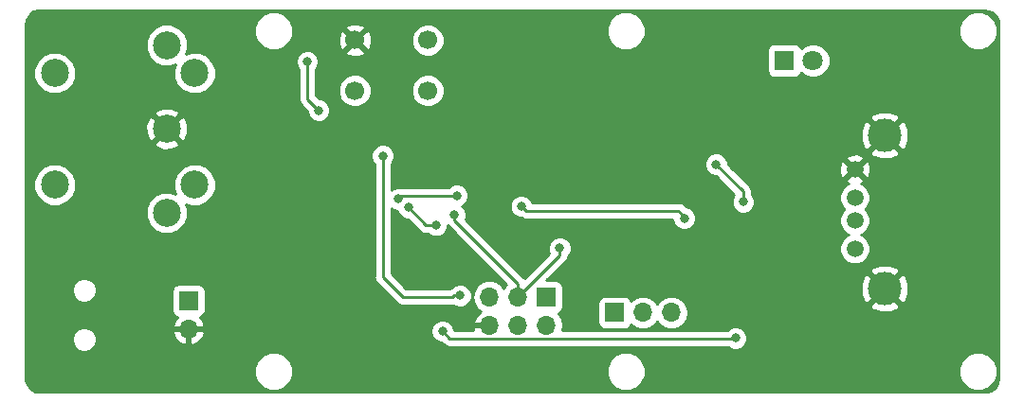
<source format=gbr>
%TF.GenerationSoftware,KiCad,Pcbnew,(5.0.0)*%
%TF.CreationDate,2018-10-21T12:48:55-07:00*%
%TF.ProjectId,USB_Host_Midi_Adapter,5553425F486F73745F4D6964695F4164,rev?*%
%TF.SameCoordinates,Original*%
%TF.FileFunction,Copper,L2,Bot,Signal*%
%TF.FilePolarity,Positive*%
%FSLAX46Y46*%
G04 Gerber Fmt 4.6, Leading zero omitted, Abs format (unit mm)*
G04 Created by KiCad (PCBNEW (5.0.0)) date 10/21/18 12:48:55*
%MOMM*%
%LPD*%
G01*
G04 APERTURE LIST*
%ADD10C,2.500000*%
%ADD11C,3.000000*%
%ADD12C,1.500000*%
%ADD13O,1.700000X1.700000*%
%ADD14R,1.700000X1.700000*%
%ADD15C,1.700000*%
%ADD16C,1.800000*%
%ADD17R,1.800000X1.800000*%
%ADD18C,0.800000*%
%ADD19C,0.250000*%
%ADD20C,0.254000*%
G04 APERTURE END LIST*
D10*
X144732000Y-74923000D03*
X147232000Y-87423000D03*
X144732000Y-82423000D03*
X144732000Y-89923000D03*
X147232000Y-77423000D03*
X134732000Y-87423000D03*
X134732000Y-77423000D03*
D11*
X208854500Y-96714500D03*
X208854500Y-82994500D03*
D12*
X206184500Y-93154500D03*
X206184500Y-90614500D03*
X206184500Y-88584500D03*
X206184500Y-86044500D03*
D13*
X173545500Y-100012500D03*
X173545500Y-97472500D03*
X176085500Y-100012500D03*
X176085500Y-97472500D03*
X178625500Y-100012500D03*
D14*
X178625500Y-97472500D03*
D13*
X189801500Y-98869500D03*
X187261500Y-98869500D03*
D14*
X184721500Y-98869500D03*
D13*
X146685000Y-100330000D03*
D14*
X146685000Y-97790000D03*
D15*
X161544000Y-74485500D03*
X168044000Y-74485500D03*
X161544000Y-78985500D03*
X168044000Y-78985500D03*
D16*
X202444501Y-76300001D03*
D17*
X199904501Y-76300001D03*
D18*
X162052000Y-85725000D03*
X166370000Y-86042500D03*
X173228000Y-91757500D03*
X182499000Y-86296500D03*
X193797347Y-88015653D03*
X199263000Y-93662500D03*
X169354500Y-100520500D03*
X195516500Y-101155500D03*
X193802000Y-85598000D03*
X196215000Y-88963500D03*
X168783000Y-91059000D03*
X166306500Y-89471500D03*
X179832000Y-93091000D03*
X170434000Y-90106500D03*
X170942000Y-97345500D03*
X164020500Y-84836000D03*
X158305500Y-80772000D03*
X157289500Y-76390500D03*
X170624500Y-88392000D03*
X165417500Y-88709500D03*
X176403000Y-89344500D03*
X190944500Y-90424000D03*
D19*
X195484499Y-101187501D02*
X195516500Y-101155500D01*
X169354500Y-100520500D02*
X170021501Y-101187501D01*
X170021501Y-101187501D02*
X195484499Y-101187501D01*
X193802000Y-85598000D02*
X196215000Y-88011000D01*
X196215000Y-88011000D02*
X196215000Y-88963500D01*
X168783000Y-91059000D02*
X167894000Y-91059000D01*
X167894000Y-91059000D02*
X166306500Y-89471500D01*
X176085500Y-97472500D02*
X179832000Y-93726000D01*
X179832000Y-93726000D02*
X179832000Y-93091000D01*
X176085500Y-96270419D02*
X170434000Y-90618919D01*
X176085500Y-97472500D02*
X176085500Y-96270419D01*
X170434000Y-90618919D02*
X170434000Y-90106500D01*
X170376315Y-97345500D02*
X170249315Y-97472500D01*
X170942000Y-97345500D02*
X170376315Y-97345500D01*
X170249315Y-97472500D02*
X165798500Y-97472500D01*
X165798500Y-97472500D02*
X164020500Y-95694500D01*
X164020500Y-95694500D02*
X164020500Y-84836000D01*
X158305500Y-80772000D02*
X157289500Y-79756000D01*
X157289500Y-79756000D02*
X157289500Y-76390500D01*
X170624500Y-88392000D02*
X165735000Y-88392000D01*
X165735000Y-88392000D02*
X165417500Y-88709500D01*
X176802999Y-89744499D02*
X190391999Y-89744499D01*
X176403000Y-89344500D02*
X176802999Y-89744499D01*
X190391999Y-89744499D02*
X190944500Y-90297000D01*
X190944500Y-90297000D02*
X190944500Y-90424000D01*
D20*
G36*
X218138364Y-71884985D02*
X218444928Y-72024372D01*
X218700050Y-72244199D01*
X218883218Y-72526792D01*
X218986743Y-72872959D01*
X219000001Y-73051363D01*
X219000000Y-104724420D01*
X218945015Y-105108364D01*
X218805628Y-105414928D01*
X218585804Y-105670047D01*
X218303207Y-105853218D01*
X217957043Y-105956743D01*
X217778649Y-105970000D01*
X133400580Y-105970000D01*
X133016636Y-105915015D01*
X132710072Y-105775628D01*
X132454953Y-105555804D01*
X132271782Y-105273207D01*
X132168257Y-104927043D01*
X132155000Y-104748649D01*
X132155000Y-103794887D01*
X152570000Y-103794887D01*
X152570000Y-104485113D01*
X152834138Y-105122799D01*
X153322201Y-105610862D01*
X153959887Y-105875000D01*
X154650113Y-105875000D01*
X155287799Y-105610862D01*
X155775862Y-105122799D01*
X156040000Y-104485113D01*
X156040000Y-103794887D01*
X184003000Y-103794887D01*
X184003000Y-104485113D01*
X184267138Y-105122799D01*
X184755201Y-105610862D01*
X185392887Y-105875000D01*
X186083113Y-105875000D01*
X186720799Y-105610862D01*
X187208862Y-105122799D01*
X187473000Y-104485113D01*
X187473000Y-103794887D01*
X215435000Y-103794887D01*
X215435000Y-104485113D01*
X215699138Y-105122799D01*
X216187201Y-105610862D01*
X216824887Y-105875000D01*
X217515113Y-105875000D01*
X218152799Y-105610862D01*
X218640862Y-105122799D01*
X218905000Y-104485113D01*
X218905000Y-103794887D01*
X218640862Y-103157201D01*
X218152799Y-102669138D01*
X217515113Y-102405000D01*
X216824887Y-102405000D01*
X216187201Y-102669138D01*
X215699138Y-103157201D01*
X215435000Y-103794887D01*
X187473000Y-103794887D01*
X187208862Y-103157201D01*
X186720799Y-102669138D01*
X186083113Y-102405000D01*
X185392887Y-102405000D01*
X184755201Y-102669138D01*
X184267138Y-103157201D01*
X184003000Y-103794887D01*
X156040000Y-103794887D01*
X155775862Y-103157201D01*
X155287799Y-102669138D01*
X154650113Y-102405000D01*
X153959887Y-102405000D01*
X153322201Y-102669138D01*
X152834138Y-103157201D01*
X152570000Y-103794887D01*
X132155000Y-103794887D01*
X132155000Y-101044180D01*
X136275000Y-101044180D01*
X136275000Y-101475820D01*
X136440182Y-101874603D01*
X136745397Y-102179818D01*
X137144180Y-102345000D01*
X137575820Y-102345000D01*
X137974603Y-102179818D01*
X138279818Y-101874603D01*
X138445000Y-101475820D01*
X138445000Y-101044180D01*
X138297006Y-100686890D01*
X145243524Y-100686890D01*
X145413355Y-101096924D01*
X145803642Y-101525183D01*
X146328108Y-101771486D01*
X146558000Y-101650819D01*
X146558000Y-100457000D01*
X146812000Y-100457000D01*
X146812000Y-101650819D01*
X147041892Y-101771486D01*
X147566358Y-101525183D01*
X147956645Y-101096924D01*
X148126476Y-100686890D01*
X148005155Y-100457000D01*
X146812000Y-100457000D01*
X146558000Y-100457000D01*
X145364845Y-100457000D01*
X145243524Y-100686890D01*
X138297006Y-100686890D01*
X138279818Y-100645397D01*
X137974603Y-100340182D01*
X137575820Y-100175000D01*
X137144180Y-100175000D01*
X136745397Y-100340182D01*
X136440182Y-100645397D01*
X136275000Y-101044180D01*
X132155000Y-101044180D01*
X132155000Y-96644180D01*
X136275000Y-96644180D01*
X136275000Y-97075820D01*
X136440182Y-97474603D01*
X136745397Y-97779818D01*
X137144180Y-97945000D01*
X137575820Y-97945000D01*
X137974603Y-97779818D01*
X138279818Y-97474603D01*
X138445000Y-97075820D01*
X138445000Y-96940000D01*
X145187560Y-96940000D01*
X145187560Y-98640000D01*
X145236843Y-98887765D01*
X145377191Y-99097809D01*
X145587235Y-99238157D01*
X145690708Y-99258739D01*
X145413355Y-99563076D01*
X145243524Y-99973110D01*
X145364845Y-100203000D01*
X146558000Y-100203000D01*
X146558000Y-100183000D01*
X146812000Y-100183000D01*
X146812000Y-100203000D01*
X148005155Y-100203000D01*
X148126476Y-99973110D01*
X147956645Y-99563076D01*
X147679292Y-99258739D01*
X147782765Y-99238157D01*
X147992809Y-99097809D01*
X148133157Y-98887765D01*
X148182440Y-98640000D01*
X148182440Y-96940000D01*
X148133157Y-96692235D01*
X147992809Y-96482191D01*
X147782765Y-96341843D01*
X147535000Y-96292560D01*
X145835000Y-96292560D01*
X145587235Y-96341843D01*
X145377191Y-96482191D01*
X145236843Y-96692235D01*
X145187560Y-96940000D01*
X138445000Y-96940000D01*
X138445000Y-96644180D01*
X138279818Y-96245397D01*
X137974603Y-95940182D01*
X137575820Y-95775000D01*
X137144180Y-95775000D01*
X136745397Y-95940182D01*
X136440182Y-96245397D01*
X136275000Y-96644180D01*
X132155000Y-96644180D01*
X132155000Y-89548050D01*
X142847000Y-89548050D01*
X142847000Y-90297950D01*
X143133974Y-90990767D01*
X143664233Y-91521026D01*
X144357050Y-91808000D01*
X145106950Y-91808000D01*
X145799767Y-91521026D01*
X146330026Y-90990767D01*
X146617000Y-90297950D01*
X146617000Y-89548050D01*
X146447259Y-89138259D01*
X146857050Y-89308000D01*
X147606950Y-89308000D01*
X148299767Y-89021026D01*
X148830026Y-88490767D01*
X149117000Y-87797950D01*
X149117000Y-87048050D01*
X148830026Y-86355233D01*
X148299767Y-85824974D01*
X147606950Y-85538000D01*
X146857050Y-85538000D01*
X146164233Y-85824974D01*
X145633974Y-86355233D01*
X145347000Y-87048050D01*
X145347000Y-87797950D01*
X145516741Y-88207741D01*
X145106950Y-88038000D01*
X144357050Y-88038000D01*
X143664233Y-88324974D01*
X143133974Y-88855233D01*
X142847000Y-89548050D01*
X132155000Y-89548050D01*
X132155000Y-87048050D01*
X132847000Y-87048050D01*
X132847000Y-87797950D01*
X133133974Y-88490767D01*
X133664233Y-89021026D01*
X134357050Y-89308000D01*
X135106950Y-89308000D01*
X135799767Y-89021026D01*
X136330026Y-88490767D01*
X136617000Y-87797950D01*
X136617000Y-87048050D01*
X136330026Y-86355233D01*
X135799767Y-85824974D01*
X135106950Y-85538000D01*
X134357050Y-85538000D01*
X133664233Y-85824974D01*
X133133974Y-86355233D01*
X132847000Y-87048050D01*
X132155000Y-87048050D01*
X132155000Y-84630126D01*
X162985500Y-84630126D01*
X162985500Y-85041874D01*
X163143069Y-85422280D01*
X163260501Y-85539712D01*
X163260500Y-95619653D01*
X163245612Y-95694500D01*
X163260500Y-95769347D01*
X163260500Y-95769351D01*
X163304596Y-95991036D01*
X163472571Y-96242429D01*
X163536030Y-96284831D01*
X165208171Y-97956973D01*
X165250571Y-98020429D01*
X165314027Y-98062829D01*
X165501962Y-98188404D01*
X165550105Y-98197980D01*
X165723648Y-98232500D01*
X165723652Y-98232500D01*
X165798500Y-98247388D01*
X165873348Y-98232500D01*
X170174468Y-98232500D01*
X170249315Y-98247388D01*
X170324162Y-98232500D01*
X170324167Y-98232500D01*
X170361090Y-98225155D01*
X170736126Y-98380500D01*
X171147874Y-98380500D01*
X171528280Y-98222931D01*
X171819431Y-97931780D01*
X171977000Y-97551374D01*
X171977000Y-97139626D01*
X171819431Y-96759220D01*
X171528280Y-96468069D01*
X171147874Y-96310500D01*
X170736126Y-96310500D01*
X170355720Y-96468069D01*
X170222603Y-96601186D01*
X170079778Y-96629596D01*
X169955704Y-96712500D01*
X166113302Y-96712500D01*
X164780500Y-95379699D01*
X164780500Y-89536211D01*
X164831220Y-89586931D01*
X165211626Y-89744500D01*
X165299304Y-89744500D01*
X165429069Y-90057780D01*
X165720220Y-90348931D01*
X166100626Y-90506500D01*
X166266699Y-90506500D01*
X167303671Y-91543473D01*
X167346071Y-91606929D01*
X167597463Y-91774904D01*
X167819148Y-91819000D01*
X167819152Y-91819000D01*
X167893999Y-91833888D01*
X167968846Y-91819000D01*
X168079289Y-91819000D01*
X168196720Y-91936431D01*
X168577126Y-92094000D01*
X168988874Y-92094000D01*
X169369280Y-91936431D01*
X169660431Y-91645280D01*
X169818000Y-91264874D01*
X169818000Y-91064972D01*
X169886071Y-91166848D01*
X169949530Y-91209250D01*
X175091173Y-96350894D01*
X175014875Y-96401875D01*
X174815500Y-96700261D01*
X174616125Y-96401875D01*
X174124918Y-96073661D01*
X173691756Y-95987500D01*
X173399244Y-95987500D01*
X172966082Y-96073661D01*
X172474875Y-96401875D01*
X172146661Y-96893082D01*
X172031408Y-97472500D01*
X172146661Y-98051918D01*
X172474875Y-98543125D01*
X172775286Y-98743853D01*
X172350317Y-99131142D01*
X172104014Y-99655608D01*
X172224681Y-99885500D01*
X173418500Y-99885500D01*
X173418500Y-99865500D01*
X173672500Y-99865500D01*
X173672500Y-99885500D01*
X173692500Y-99885500D01*
X173692500Y-100139500D01*
X173672500Y-100139500D01*
X173672500Y-100159500D01*
X173418500Y-100159500D01*
X173418500Y-100139500D01*
X172224681Y-100139500D01*
X172104014Y-100369392D01*
X172131304Y-100427501D01*
X170389500Y-100427501D01*
X170389500Y-100314626D01*
X170231931Y-99934220D01*
X169940780Y-99643069D01*
X169560374Y-99485500D01*
X169148626Y-99485500D01*
X168768220Y-99643069D01*
X168477069Y-99934220D01*
X168319500Y-100314626D01*
X168319500Y-100726374D01*
X168477069Y-101106780D01*
X168768220Y-101397931D01*
X169148626Y-101555500D01*
X169314698Y-101555500D01*
X169431172Y-101671974D01*
X169473572Y-101735430D01*
X169724964Y-101903405D01*
X169946649Y-101947501D01*
X169946654Y-101947501D01*
X170021501Y-101962389D01*
X170096348Y-101947501D01*
X194844790Y-101947501D01*
X194930220Y-102032931D01*
X195310626Y-102190500D01*
X195722374Y-102190500D01*
X196102780Y-102032931D01*
X196393931Y-101741780D01*
X196551500Y-101361374D01*
X196551500Y-100949626D01*
X196393931Y-100569220D01*
X196102780Y-100278069D01*
X195722374Y-100120500D01*
X195310626Y-100120500D01*
X194930220Y-100278069D01*
X194780788Y-100427501D01*
X180057043Y-100427501D01*
X180139592Y-100012500D01*
X180024339Y-99433082D01*
X179696125Y-98941875D01*
X179677881Y-98929684D01*
X179723265Y-98920657D01*
X179933309Y-98780309D01*
X180073657Y-98570265D01*
X180122940Y-98322500D01*
X180122940Y-98019500D01*
X183224060Y-98019500D01*
X183224060Y-99719500D01*
X183273343Y-99967265D01*
X183413691Y-100177309D01*
X183623735Y-100317657D01*
X183871500Y-100366940D01*
X185571500Y-100366940D01*
X185819265Y-100317657D01*
X186029309Y-100177309D01*
X186169657Y-99967265D01*
X186178684Y-99921881D01*
X186190875Y-99940125D01*
X186682082Y-100268339D01*
X187115244Y-100354500D01*
X187407756Y-100354500D01*
X187840918Y-100268339D01*
X188332125Y-99940125D01*
X188531500Y-99641739D01*
X188730875Y-99940125D01*
X189222082Y-100268339D01*
X189655244Y-100354500D01*
X189947756Y-100354500D01*
X190380918Y-100268339D01*
X190872125Y-99940125D01*
X191200339Y-99448918D01*
X191315592Y-98869500D01*
X191200339Y-98290082D01*
X191159172Y-98228470D01*
X207520135Y-98228470D01*
X207679918Y-98547239D01*
X208470687Y-98857223D01*
X209319887Y-98840997D01*
X210029082Y-98547239D01*
X210188865Y-98228470D01*
X208854500Y-96894105D01*
X207520135Y-98228470D01*
X191159172Y-98228470D01*
X190872125Y-97798875D01*
X190380918Y-97470661D01*
X189947756Y-97384500D01*
X189655244Y-97384500D01*
X189222082Y-97470661D01*
X188730875Y-97798875D01*
X188531500Y-98097261D01*
X188332125Y-97798875D01*
X187840918Y-97470661D01*
X187407756Y-97384500D01*
X187115244Y-97384500D01*
X186682082Y-97470661D01*
X186190875Y-97798875D01*
X186178684Y-97817119D01*
X186169657Y-97771735D01*
X186029309Y-97561691D01*
X185819265Y-97421343D01*
X185571500Y-97372060D01*
X183871500Y-97372060D01*
X183623735Y-97421343D01*
X183413691Y-97561691D01*
X183273343Y-97771735D01*
X183224060Y-98019500D01*
X180122940Y-98019500D01*
X180122940Y-96622500D01*
X180073657Y-96374735D01*
X180044225Y-96330687D01*
X206711777Y-96330687D01*
X206728003Y-97179887D01*
X207021761Y-97889082D01*
X207340530Y-98048865D01*
X208674895Y-96714500D01*
X209034105Y-96714500D01*
X210368470Y-98048865D01*
X210687239Y-97889082D01*
X210997223Y-97098313D01*
X210980997Y-96249113D01*
X210687239Y-95539918D01*
X210368470Y-95380135D01*
X209034105Y-96714500D01*
X208674895Y-96714500D01*
X207340530Y-95380135D01*
X207021761Y-95539918D01*
X206711777Y-96330687D01*
X180044225Y-96330687D01*
X179933309Y-96164691D01*
X179723265Y-96024343D01*
X179475500Y-95975060D01*
X178657742Y-95975060D01*
X179432272Y-95200530D01*
X207520135Y-95200530D01*
X208854500Y-96534895D01*
X210188865Y-95200530D01*
X210029082Y-94881761D01*
X209238313Y-94571777D01*
X208389113Y-94588003D01*
X207679918Y-94881761D01*
X207520135Y-95200530D01*
X179432272Y-95200530D01*
X180316473Y-94316329D01*
X180379929Y-94273929D01*
X180547904Y-94022537D01*
X180592000Y-93800852D01*
X180592000Y-93800848D01*
X180593524Y-93793187D01*
X180709431Y-93677280D01*
X180867000Y-93296874D01*
X180867000Y-92885126D01*
X180709431Y-92504720D01*
X180418280Y-92213569D01*
X180037874Y-92056000D01*
X179626126Y-92056000D01*
X179245720Y-92213569D01*
X178954569Y-92504720D01*
X178797000Y-92885126D01*
X178797000Y-93296874D01*
X178911030Y-93572168D01*
X176684410Y-95798789D01*
X176633429Y-95722490D01*
X176569973Y-95680090D01*
X171390873Y-90500991D01*
X171469000Y-90312374D01*
X171469000Y-89900626D01*
X171311431Y-89520220D01*
X171104616Y-89313405D01*
X171210780Y-89269431D01*
X171341585Y-89138626D01*
X175368000Y-89138626D01*
X175368000Y-89550374D01*
X175525569Y-89930780D01*
X175816720Y-90221931D01*
X176197126Y-90379500D01*
X176385382Y-90379500D01*
X176506462Y-90460403D01*
X176728147Y-90504499D01*
X176728151Y-90504499D01*
X176802998Y-90519387D01*
X176877845Y-90504499D01*
X189909500Y-90504499D01*
X189909500Y-90629874D01*
X190067069Y-91010280D01*
X190358220Y-91301431D01*
X190738626Y-91459000D01*
X191150374Y-91459000D01*
X191530780Y-91301431D01*
X191821931Y-91010280D01*
X191979500Y-90629874D01*
X191979500Y-90218126D01*
X191821931Y-89837720D01*
X191530780Y-89546569D01*
X191150374Y-89389000D01*
X191111302Y-89389000D01*
X190982329Y-89260028D01*
X190939928Y-89196570D01*
X190688536Y-89028595D01*
X190466851Y-88984499D01*
X190466846Y-88984499D01*
X190391999Y-88969611D01*
X190317152Y-88984499D01*
X177374159Y-88984499D01*
X177280431Y-88758220D01*
X176989280Y-88467069D01*
X176608874Y-88309500D01*
X176197126Y-88309500D01*
X175816720Y-88467069D01*
X175525569Y-88758220D01*
X175368000Y-89138626D01*
X171341585Y-89138626D01*
X171501931Y-88978280D01*
X171659500Y-88597874D01*
X171659500Y-88186126D01*
X171501931Y-87805720D01*
X171210780Y-87514569D01*
X170830374Y-87357000D01*
X170418626Y-87357000D01*
X170038220Y-87514569D01*
X169920789Y-87632000D01*
X165809848Y-87632000D01*
X165735000Y-87617112D01*
X165660152Y-87632000D01*
X165660148Y-87632000D01*
X165486605Y-87666520D01*
X165446486Y-87674500D01*
X165211626Y-87674500D01*
X164831220Y-87832069D01*
X164780500Y-87882789D01*
X164780500Y-85539711D01*
X164897931Y-85422280D01*
X164910421Y-85392126D01*
X192767000Y-85392126D01*
X192767000Y-85803874D01*
X192924569Y-86184280D01*
X193215720Y-86475431D01*
X193596126Y-86633000D01*
X193762199Y-86633000D01*
X195421993Y-88292796D01*
X195337569Y-88377220D01*
X195180000Y-88757626D01*
X195180000Y-89169374D01*
X195337569Y-89549780D01*
X195628720Y-89840931D01*
X196009126Y-89998500D01*
X196420874Y-89998500D01*
X196801280Y-89840931D01*
X197092431Y-89549780D01*
X197250000Y-89169374D01*
X197250000Y-88757626D01*
X197092431Y-88377220D01*
X197024217Y-88309006D01*
X204799500Y-88309006D01*
X204799500Y-88859994D01*
X205010353Y-89369040D01*
X205240813Y-89599500D01*
X205010353Y-89829960D01*
X204799500Y-90339006D01*
X204799500Y-90889994D01*
X205010353Y-91399040D01*
X205399960Y-91788647D01*
X205631370Y-91884500D01*
X205399960Y-91980353D01*
X205010353Y-92369960D01*
X204799500Y-92879006D01*
X204799500Y-93429994D01*
X205010353Y-93939040D01*
X205399960Y-94328647D01*
X205909006Y-94539500D01*
X206459994Y-94539500D01*
X206969040Y-94328647D01*
X207358647Y-93939040D01*
X207569500Y-93429994D01*
X207569500Y-92879006D01*
X207358647Y-92369960D01*
X206969040Y-91980353D01*
X206737630Y-91884500D01*
X206969040Y-91788647D01*
X207358647Y-91399040D01*
X207569500Y-90889994D01*
X207569500Y-90339006D01*
X207358647Y-89829960D01*
X207128187Y-89599500D01*
X207358647Y-89369040D01*
X207569500Y-88859994D01*
X207569500Y-88309006D01*
X207358647Y-87799960D01*
X206969040Y-87410353D01*
X206753570Y-87321103D01*
X206908423Y-87256960D01*
X206976412Y-87016017D01*
X206184500Y-86224105D01*
X205392588Y-87016017D01*
X205460577Y-87256960D01*
X205627158Y-87316245D01*
X205399960Y-87410353D01*
X205010353Y-87799960D01*
X204799500Y-88309006D01*
X197024217Y-88309006D01*
X196975000Y-88259789D01*
X196975000Y-88085846D01*
X196989888Y-88010999D01*
X196975000Y-87936152D01*
X196975000Y-87936148D01*
X196930904Y-87714463D01*
X196865856Y-87617112D01*
X196805329Y-87526526D01*
X196805327Y-87526524D01*
X196762929Y-87463071D01*
X196699476Y-87420673D01*
X195118473Y-85839671D01*
X204787299Y-85839671D01*
X204815270Y-86389948D01*
X204972040Y-86768423D01*
X205212983Y-86836412D01*
X206004895Y-86044500D01*
X206364105Y-86044500D01*
X207156017Y-86836412D01*
X207396960Y-86768423D01*
X207581701Y-86249329D01*
X207553730Y-85699052D01*
X207396960Y-85320577D01*
X207156017Y-85252588D01*
X206364105Y-86044500D01*
X206004895Y-86044500D01*
X205212983Y-85252588D01*
X204972040Y-85320577D01*
X204787299Y-85839671D01*
X195118473Y-85839671D01*
X194837000Y-85558199D01*
X194837000Y-85392126D01*
X194704807Y-85072983D01*
X205392588Y-85072983D01*
X206184500Y-85864895D01*
X206976412Y-85072983D01*
X206908423Y-84832040D01*
X206389329Y-84647299D01*
X205839052Y-84675270D01*
X205460577Y-84832040D01*
X205392588Y-85072983D01*
X194704807Y-85072983D01*
X194679431Y-85011720D01*
X194388280Y-84720569D01*
X194007874Y-84563000D01*
X193596126Y-84563000D01*
X193215720Y-84720569D01*
X192924569Y-85011720D01*
X192767000Y-85392126D01*
X164910421Y-85392126D01*
X165055500Y-85041874D01*
X165055500Y-84630126D01*
X165005109Y-84508470D01*
X207520135Y-84508470D01*
X207679918Y-84827239D01*
X208470687Y-85137223D01*
X209319887Y-85120997D01*
X210029082Y-84827239D01*
X210188865Y-84508470D01*
X208854500Y-83174105D01*
X207520135Y-84508470D01*
X165005109Y-84508470D01*
X164897931Y-84249720D01*
X164606780Y-83958569D01*
X164226374Y-83801000D01*
X163814626Y-83801000D01*
X163434220Y-83958569D01*
X163143069Y-84249720D01*
X162985500Y-84630126D01*
X132155000Y-84630126D01*
X132155000Y-83756320D01*
X143578285Y-83756320D01*
X143707533Y-84049123D01*
X144407806Y-84317388D01*
X145157435Y-84297250D01*
X145756467Y-84049123D01*
X145885715Y-83756320D01*
X144732000Y-82602605D01*
X143578285Y-83756320D01*
X132155000Y-83756320D01*
X132155000Y-82098806D01*
X142837612Y-82098806D01*
X142857750Y-82848435D01*
X143105877Y-83447467D01*
X143398680Y-83576715D01*
X144552395Y-82423000D01*
X144911605Y-82423000D01*
X146065320Y-83576715D01*
X146358123Y-83447467D01*
X146626388Y-82747194D01*
X146622721Y-82610687D01*
X206711777Y-82610687D01*
X206728003Y-83459887D01*
X207021761Y-84169082D01*
X207340530Y-84328865D01*
X208674895Y-82994500D01*
X209034105Y-82994500D01*
X210368470Y-84328865D01*
X210687239Y-84169082D01*
X210997223Y-83378313D01*
X210980997Y-82529113D01*
X210687239Y-81819918D01*
X210368470Y-81660135D01*
X209034105Y-82994500D01*
X208674895Y-82994500D01*
X207340530Y-81660135D01*
X207021761Y-81819918D01*
X206711777Y-82610687D01*
X146622721Y-82610687D01*
X146606250Y-81997565D01*
X146358123Y-81398533D01*
X146065320Y-81269285D01*
X144911605Y-82423000D01*
X144552395Y-82423000D01*
X143398680Y-81269285D01*
X143105877Y-81398533D01*
X142837612Y-82098806D01*
X132155000Y-82098806D01*
X132155000Y-81089680D01*
X143578285Y-81089680D01*
X144732000Y-82243395D01*
X145885715Y-81089680D01*
X145756467Y-80796877D01*
X145056194Y-80528612D01*
X144306565Y-80548750D01*
X143707533Y-80796877D01*
X143578285Y-81089680D01*
X132155000Y-81089680D01*
X132155000Y-77048050D01*
X132847000Y-77048050D01*
X132847000Y-77797950D01*
X133133974Y-78490767D01*
X133664233Y-79021026D01*
X134357050Y-79308000D01*
X135106950Y-79308000D01*
X135799767Y-79021026D01*
X136330026Y-78490767D01*
X136617000Y-77797950D01*
X136617000Y-77048050D01*
X136330026Y-76355233D01*
X135799767Y-75824974D01*
X135106950Y-75538000D01*
X134357050Y-75538000D01*
X133664233Y-75824974D01*
X133133974Y-76355233D01*
X132847000Y-77048050D01*
X132155000Y-77048050D01*
X132155000Y-74548050D01*
X142847000Y-74548050D01*
X142847000Y-75297950D01*
X143133974Y-75990767D01*
X143664233Y-76521026D01*
X144357050Y-76808000D01*
X145106950Y-76808000D01*
X145516741Y-76638259D01*
X145347000Y-77048050D01*
X145347000Y-77797950D01*
X145633974Y-78490767D01*
X146164233Y-79021026D01*
X146857050Y-79308000D01*
X147606950Y-79308000D01*
X148299767Y-79021026D01*
X148830026Y-78490767D01*
X149117000Y-77797950D01*
X149117000Y-77048050D01*
X148830026Y-76355233D01*
X148659419Y-76184626D01*
X156254500Y-76184626D01*
X156254500Y-76596374D01*
X156412069Y-76976780D01*
X156529501Y-77094212D01*
X156529500Y-79681153D01*
X156514612Y-79756000D01*
X156529500Y-79830847D01*
X156529500Y-79830851D01*
X156573596Y-80052536D01*
X156741571Y-80303929D01*
X156805030Y-80346331D01*
X157270500Y-80811802D01*
X157270500Y-80977874D01*
X157428069Y-81358280D01*
X157719220Y-81649431D01*
X158099626Y-81807000D01*
X158511374Y-81807000D01*
X158891780Y-81649431D01*
X159060681Y-81480530D01*
X207520135Y-81480530D01*
X208854500Y-82814895D01*
X210188865Y-81480530D01*
X210029082Y-81161761D01*
X209238313Y-80851777D01*
X208389113Y-80868003D01*
X207679918Y-81161761D01*
X207520135Y-81480530D01*
X159060681Y-81480530D01*
X159182931Y-81358280D01*
X159340500Y-80977874D01*
X159340500Y-80566126D01*
X159182931Y-80185720D01*
X158891780Y-79894569D01*
X158511374Y-79737000D01*
X158345302Y-79737000D01*
X158049500Y-79441199D01*
X158049500Y-78690115D01*
X160059000Y-78690115D01*
X160059000Y-79280885D01*
X160285078Y-79826685D01*
X160702815Y-80244422D01*
X161248615Y-80470500D01*
X161839385Y-80470500D01*
X162385185Y-80244422D01*
X162802922Y-79826685D01*
X163029000Y-79280885D01*
X163029000Y-78690115D01*
X166559000Y-78690115D01*
X166559000Y-79280885D01*
X166785078Y-79826685D01*
X167202815Y-80244422D01*
X167748615Y-80470500D01*
X168339385Y-80470500D01*
X168885185Y-80244422D01*
X169302922Y-79826685D01*
X169529000Y-79280885D01*
X169529000Y-78690115D01*
X169302922Y-78144315D01*
X168885185Y-77726578D01*
X168339385Y-77500500D01*
X167748615Y-77500500D01*
X167202815Y-77726578D01*
X166785078Y-78144315D01*
X166559000Y-78690115D01*
X163029000Y-78690115D01*
X162802922Y-78144315D01*
X162385185Y-77726578D01*
X161839385Y-77500500D01*
X161248615Y-77500500D01*
X160702815Y-77726578D01*
X160285078Y-78144315D01*
X160059000Y-78690115D01*
X158049500Y-78690115D01*
X158049500Y-77094211D01*
X158166931Y-76976780D01*
X158324500Y-76596374D01*
X158324500Y-76184626D01*
X158166931Y-75804220D01*
X157892169Y-75529458D01*
X160679647Y-75529458D01*
X160759920Y-75780759D01*
X161315279Y-75982218D01*
X161905458Y-75955815D01*
X162328080Y-75780759D01*
X162408353Y-75529458D01*
X161544000Y-74665105D01*
X160679647Y-75529458D01*
X157892169Y-75529458D01*
X157875780Y-75513069D01*
X157495374Y-75355500D01*
X157083626Y-75355500D01*
X156703220Y-75513069D01*
X156412069Y-75804220D01*
X156254500Y-76184626D01*
X148659419Y-76184626D01*
X148299767Y-75824974D01*
X147606950Y-75538000D01*
X146857050Y-75538000D01*
X146447259Y-75707741D01*
X146617000Y-75297950D01*
X146617000Y-74548050D01*
X146330026Y-73855233D01*
X145799767Y-73324974D01*
X145775415Y-73314887D01*
X152570000Y-73314887D01*
X152570000Y-74005113D01*
X152834138Y-74642799D01*
X153322201Y-75130862D01*
X153959887Y-75395000D01*
X154650113Y-75395000D01*
X155287799Y-75130862D01*
X155775862Y-74642799D01*
X155935756Y-74256779D01*
X160047282Y-74256779D01*
X160073685Y-74846958D01*
X160248741Y-75269580D01*
X160500042Y-75349853D01*
X161364395Y-74485500D01*
X161723605Y-74485500D01*
X162587958Y-75349853D01*
X162839259Y-75269580D01*
X163040718Y-74714221D01*
X163017271Y-74190115D01*
X166559000Y-74190115D01*
X166559000Y-74780885D01*
X166785078Y-75326685D01*
X167202815Y-75744422D01*
X167748615Y-75970500D01*
X168339385Y-75970500D01*
X168885185Y-75744422D01*
X169229606Y-75400001D01*
X198357061Y-75400001D01*
X198357061Y-77200001D01*
X198406344Y-77447766D01*
X198546692Y-77657810D01*
X198756736Y-77798158D01*
X199004501Y-77847441D01*
X200804501Y-77847441D01*
X201052266Y-77798158D01*
X201262310Y-77657810D01*
X201402658Y-77447766D01*
X201405776Y-77432093D01*
X201574994Y-77601311D01*
X202139171Y-77835001D01*
X202749831Y-77835001D01*
X203314008Y-77601311D01*
X203745811Y-77169508D01*
X203979501Y-76605331D01*
X203979501Y-75994671D01*
X203745811Y-75430494D01*
X203314008Y-74998691D01*
X202749831Y-74765001D01*
X202139171Y-74765001D01*
X201574994Y-74998691D01*
X201405776Y-75167909D01*
X201402658Y-75152236D01*
X201262310Y-74942192D01*
X201052266Y-74801844D01*
X200804501Y-74752561D01*
X199004501Y-74752561D01*
X198756736Y-74801844D01*
X198546692Y-74942192D01*
X198406344Y-75152236D01*
X198357061Y-75400001D01*
X169229606Y-75400001D01*
X169302922Y-75326685D01*
X169529000Y-74780885D01*
X169529000Y-74190115D01*
X169302922Y-73644315D01*
X168973494Y-73314887D01*
X184003000Y-73314887D01*
X184003000Y-74005113D01*
X184267138Y-74642799D01*
X184755201Y-75130862D01*
X185392887Y-75395000D01*
X186083113Y-75395000D01*
X186720799Y-75130862D01*
X187208862Y-74642799D01*
X187473000Y-74005113D01*
X187473000Y-73314887D01*
X215435000Y-73314887D01*
X215435000Y-74005113D01*
X215699138Y-74642799D01*
X216187201Y-75130862D01*
X216824887Y-75395000D01*
X217515113Y-75395000D01*
X218152799Y-75130862D01*
X218640862Y-74642799D01*
X218905000Y-74005113D01*
X218905000Y-73314887D01*
X218640862Y-72677201D01*
X218152799Y-72189138D01*
X217515113Y-71925000D01*
X216824887Y-71925000D01*
X216187201Y-72189138D01*
X215699138Y-72677201D01*
X215435000Y-73314887D01*
X187473000Y-73314887D01*
X187208862Y-72677201D01*
X186720799Y-72189138D01*
X186083113Y-71925000D01*
X185392887Y-71925000D01*
X184755201Y-72189138D01*
X184267138Y-72677201D01*
X184003000Y-73314887D01*
X168973494Y-73314887D01*
X168885185Y-73226578D01*
X168339385Y-73000500D01*
X167748615Y-73000500D01*
X167202815Y-73226578D01*
X166785078Y-73644315D01*
X166559000Y-74190115D01*
X163017271Y-74190115D01*
X163014315Y-74124042D01*
X162839259Y-73701420D01*
X162587958Y-73621147D01*
X161723605Y-74485500D01*
X161364395Y-74485500D01*
X160500042Y-73621147D01*
X160248741Y-73701420D01*
X160047282Y-74256779D01*
X155935756Y-74256779D01*
X156040000Y-74005113D01*
X156040000Y-73441542D01*
X160679647Y-73441542D01*
X161544000Y-74305895D01*
X162408353Y-73441542D01*
X162328080Y-73190241D01*
X161772721Y-72988782D01*
X161182542Y-73015185D01*
X160759920Y-73190241D01*
X160679647Y-73441542D01*
X156040000Y-73441542D01*
X156040000Y-73314887D01*
X155775862Y-72677201D01*
X155287799Y-72189138D01*
X154650113Y-71925000D01*
X153959887Y-71925000D01*
X153322201Y-72189138D01*
X152834138Y-72677201D01*
X152570000Y-73314887D01*
X145775415Y-73314887D01*
X145106950Y-73038000D01*
X144357050Y-73038000D01*
X143664233Y-73324974D01*
X143133974Y-73855233D01*
X142847000Y-74548050D01*
X132155000Y-74548050D01*
X132155000Y-73075580D01*
X132209985Y-72691636D01*
X132349372Y-72385072D01*
X132569199Y-72129950D01*
X132851792Y-71946782D01*
X133197959Y-71843257D01*
X133376350Y-71830000D01*
X217754420Y-71830000D01*
X218138364Y-71884985D01*
X218138364Y-71884985D01*
G37*
X218138364Y-71884985D02*
X218444928Y-72024372D01*
X218700050Y-72244199D01*
X218883218Y-72526792D01*
X218986743Y-72872959D01*
X219000001Y-73051363D01*
X219000000Y-104724420D01*
X218945015Y-105108364D01*
X218805628Y-105414928D01*
X218585804Y-105670047D01*
X218303207Y-105853218D01*
X217957043Y-105956743D01*
X217778649Y-105970000D01*
X133400580Y-105970000D01*
X133016636Y-105915015D01*
X132710072Y-105775628D01*
X132454953Y-105555804D01*
X132271782Y-105273207D01*
X132168257Y-104927043D01*
X132155000Y-104748649D01*
X132155000Y-103794887D01*
X152570000Y-103794887D01*
X152570000Y-104485113D01*
X152834138Y-105122799D01*
X153322201Y-105610862D01*
X153959887Y-105875000D01*
X154650113Y-105875000D01*
X155287799Y-105610862D01*
X155775862Y-105122799D01*
X156040000Y-104485113D01*
X156040000Y-103794887D01*
X184003000Y-103794887D01*
X184003000Y-104485113D01*
X184267138Y-105122799D01*
X184755201Y-105610862D01*
X185392887Y-105875000D01*
X186083113Y-105875000D01*
X186720799Y-105610862D01*
X187208862Y-105122799D01*
X187473000Y-104485113D01*
X187473000Y-103794887D01*
X215435000Y-103794887D01*
X215435000Y-104485113D01*
X215699138Y-105122799D01*
X216187201Y-105610862D01*
X216824887Y-105875000D01*
X217515113Y-105875000D01*
X218152799Y-105610862D01*
X218640862Y-105122799D01*
X218905000Y-104485113D01*
X218905000Y-103794887D01*
X218640862Y-103157201D01*
X218152799Y-102669138D01*
X217515113Y-102405000D01*
X216824887Y-102405000D01*
X216187201Y-102669138D01*
X215699138Y-103157201D01*
X215435000Y-103794887D01*
X187473000Y-103794887D01*
X187208862Y-103157201D01*
X186720799Y-102669138D01*
X186083113Y-102405000D01*
X185392887Y-102405000D01*
X184755201Y-102669138D01*
X184267138Y-103157201D01*
X184003000Y-103794887D01*
X156040000Y-103794887D01*
X155775862Y-103157201D01*
X155287799Y-102669138D01*
X154650113Y-102405000D01*
X153959887Y-102405000D01*
X153322201Y-102669138D01*
X152834138Y-103157201D01*
X152570000Y-103794887D01*
X132155000Y-103794887D01*
X132155000Y-101044180D01*
X136275000Y-101044180D01*
X136275000Y-101475820D01*
X136440182Y-101874603D01*
X136745397Y-102179818D01*
X137144180Y-102345000D01*
X137575820Y-102345000D01*
X137974603Y-102179818D01*
X138279818Y-101874603D01*
X138445000Y-101475820D01*
X138445000Y-101044180D01*
X138297006Y-100686890D01*
X145243524Y-100686890D01*
X145413355Y-101096924D01*
X145803642Y-101525183D01*
X146328108Y-101771486D01*
X146558000Y-101650819D01*
X146558000Y-100457000D01*
X146812000Y-100457000D01*
X146812000Y-101650819D01*
X147041892Y-101771486D01*
X147566358Y-101525183D01*
X147956645Y-101096924D01*
X148126476Y-100686890D01*
X148005155Y-100457000D01*
X146812000Y-100457000D01*
X146558000Y-100457000D01*
X145364845Y-100457000D01*
X145243524Y-100686890D01*
X138297006Y-100686890D01*
X138279818Y-100645397D01*
X137974603Y-100340182D01*
X137575820Y-100175000D01*
X137144180Y-100175000D01*
X136745397Y-100340182D01*
X136440182Y-100645397D01*
X136275000Y-101044180D01*
X132155000Y-101044180D01*
X132155000Y-96644180D01*
X136275000Y-96644180D01*
X136275000Y-97075820D01*
X136440182Y-97474603D01*
X136745397Y-97779818D01*
X137144180Y-97945000D01*
X137575820Y-97945000D01*
X137974603Y-97779818D01*
X138279818Y-97474603D01*
X138445000Y-97075820D01*
X138445000Y-96940000D01*
X145187560Y-96940000D01*
X145187560Y-98640000D01*
X145236843Y-98887765D01*
X145377191Y-99097809D01*
X145587235Y-99238157D01*
X145690708Y-99258739D01*
X145413355Y-99563076D01*
X145243524Y-99973110D01*
X145364845Y-100203000D01*
X146558000Y-100203000D01*
X146558000Y-100183000D01*
X146812000Y-100183000D01*
X146812000Y-100203000D01*
X148005155Y-100203000D01*
X148126476Y-99973110D01*
X147956645Y-99563076D01*
X147679292Y-99258739D01*
X147782765Y-99238157D01*
X147992809Y-99097809D01*
X148133157Y-98887765D01*
X148182440Y-98640000D01*
X148182440Y-96940000D01*
X148133157Y-96692235D01*
X147992809Y-96482191D01*
X147782765Y-96341843D01*
X147535000Y-96292560D01*
X145835000Y-96292560D01*
X145587235Y-96341843D01*
X145377191Y-96482191D01*
X145236843Y-96692235D01*
X145187560Y-96940000D01*
X138445000Y-96940000D01*
X138445000Y-96644180D01*
X138279818Y-96245397D01*
X137974603Y-95940182D01*
X137575820Y-95775000D01*
X137144180Y-95775000D01*
X136745397Y-95940182D01*
X136440182Y-96245397D01*
X136275000Y-96644180D01*
X132155000Y-96644180D01*
X132155000Y-89548050D01*
X142847000Y-89548050D01*
X142847000Y-90297950D01*
X143133974Y-90990767D01*
X143664233Y-91521026D01*
X144357050Y-91808000D01*
X145106950Y-91808000D01*
X145799767Y-91521026D01*
X146330026Y-90990767D01*
X146617000Y-90297950D01*
X146617000Y-89548050D01*
X146447259Y-89138259D01*
X146857050Y-89308000D01*
X147606950Y-89308000D01*
X148299767Y-89021026D01*
X148830026Y-88490767D01*
X149117000Y-87797950D01*
X149117000Y-87048050D01*
X148830026Y-86355233D01*
X148299767Y-85824974D01*
X147606950Y-85538000D01*
X146857050Y-85538000D01*
X146164233Y-85824974D01*
X145633974Y-86355233D01*
X145347000Y-87048050D01*
X145347000Y-87797950D01*
X145516741Y-88207741D01*
X145106950Y-88038000D01*
X144357050Y-88038000D01*
X143664233Y-88324974D01*
X143133974Y-88855233D01*
X142847000Y-89548050D01*
X132155000Y-89548050D01*
X132155000Y-87048050D01*
X132847000Y-87048050D01*
X132847000Y-87797950D01*
X133133974Y-88490767D01*
X133664233Y-89021026D01*
X134357050Y-89308000D01*
X135106950Y-89308000D01*
X135799767Y-89021026D01*
X136330026Y-88490767D01*
X136617000Y-87797950D01*
X136617000Y-87048050D01*
X136330026Y-86355233D01*
X135799767Y-85824974D01*
X135106950Y-85538000D01*
X134357050Y-85538000D01*
X133664233Y-85824974D01*
X133133974Y-86355233D01*
X132847000Y-87048050D01*
X132155000Y-87048050D01*
X132155000Y-84630126D01*
X162985500Y-84630126D01*
X162985500Y-85041874D01*
X163143069Y-85422280D01*
X163260501Y-85539712D01*
X163260500Y-95619653D01*
X163245612Y-95694500D01*
X163260500Y-95769347D01*
X163260500Y-95769351D01*
X163304596Y-95991036D01*
X163472571Y-96242429D01*
X163536030Y-96284831D01*
X165208171Y-97956973D01*
X165250571Y-98020429D01*
X165314027Y-98062829D01*
X165501962Y-98188404D01*
X165550105Y-98197980D01*
X165723648Y-98232500D01*
X165723652Y-98232500D01*
X165798500Y-98247388D01*
X165873348Y-98232500D01*
X170174468Y-98232500D01*
X170249315Y-98247388D01*
X170324162Y-98232500D01*
X170324167Y-98232500D01*
X170361090Y-98225155D01*
X170736126Y-98380500D01*
X171147874Y-98380500D01*
X171528280Y-98222931D01*
X171819431Y-97931780D01*
X171977000Y-97551374D01*
X171977000Y-97139626D01*
X171819431Y-96759220D01*
X171528280Y-96468069D01*
X171147874Y-96310500D01*
X170736126Y-96310500D01*
X170355720Y-96468069D01*
X170222603Y-96601186D01*
X170079778Y-96629596D01*
X169955704Y-96712500D01*
X166113302Y-96712500D01*
X164780500Y-95379699D01*
X164780500Y-89536211D01*
X164831220Y-89586931D01*
X165211626Y-89744500D01*
X165299304Y-89744500D01*
X165429069Y-90057780D01*
X165720220Y-90348931D01*
X166100626Y-90506500D01*
X166266699Y-90506500D01*
X167303671Y-91543473D01*
X167346071Y-91606929D01*
X167597463Y-91774904D01*
X167819148Y-91819000D01*
X167819152Y-91819000D01*
X167893999Y-91833888D01*
X167968846Y-91819000D01*
X168079289Y-91819000D01*
X168196720Y-91936431D01*
X168577126Y-92094000D01*
X168988874Y-92094000D01*
X169369280Y-91936431D01*
X169660431Y-91645280D01*
X169818000Y-91264874D01*
X169818000Y-91064972D01*
X169886071Y-91166848D01*
X169949530Y-91209250D01*
X175091173Y-96350894D01*
X175014875Y-96401875D01*
X174815500Y-96700261D01*
X174616125Y-96401875D01*
X174124918Y-96073661D01*
X173691756Y-95987500D01*
X173399244Y-95987500D01*
X172966082Y-96073661D01*
X172474875Y-96401875D01*
X172146661Y-96893082D01*
X172031408Y-97472500D01*
X172146661Y-98051918D01*
X172474875Y-98543125D01*
X172775286Y-98743853D01*
X172350317Y-99131142D01*
X172104014Y-99655608D01*
X172224681Y-99885500D01*
X173418500Y-99885500D01*
X173418500Y-99865500D01*
X173672500Y-99865500D01*
X173672500Y-99885500D01*
X173692500Y-99885500D01*
X173692500Y-100139500D01*
X173672500Y-100139500D01*
X173672500Y-100159500D01*
X173418500Y-100159500D01*
X173418500Y-100139500D01*
X172224681Y-100139500D01*
X172104014Y-100369392D01*
X172131304Y-100427501D01*
X170389500Y-100427501D01*
X170389500Y-100314626D01*
X170231931Y-99934220D01*
X169940780Y-99643069D01*
X169560374Y-99485500D01*
X169148626Y-99485500D01*
X168768220Y-99643069D01*
X168477069Y-99934220D01*
X168319500Y-100314626D01*
X168319500Y-100726374D01*
X168477069Y-101106780D01*
X168768220Y-101397931D01*
X169148626Y-101555500D01*
X169314698Y-101555500D01*
X169431172Y-101671974D01*
X169473572Y-101735430D01*
X169724964Y-101903405D01*
X169946649Y-101947501D01*
X169946654Y-101947501D01*
X170021501Y-101962389D01*
X170096348Y-101947501D01*
X194844790Y-101947501D01*
X194930220Y-102032931D01*
X195310626Y-102190500D01*
X195722374Y-102190500D01*
X196102780Y-102032931D01*
X196393931Y-101741780D01*
X196551500Y-101361374D01*
X196551500Y-100949626D01*
X196393931Y-100569220D01*
X196102780Y-100278069D01*
X195722374Y-100120500D01*
X195310626Y-100120500D01*
X194930220Y-100278069D01*
X194780788Y-100427501D01*
X180057043Y-100427501D01*
X180139592Y-100012500D01*
X180024339Y-99433082D01*
X179696125Y-98941875D01*
X179677881Y-98929684D01*
X179723265Y-98920657D01*
X179933309Y-98780309D01*
X180073657Y-98570265D01*
X180122940Y-98322500D01*
X180122940Y-98019500D01*
X183224060Y-98019500D01*
X183224060Y-99719500D01*
X183273343Y-99967265D01*
X183413691Y-100177309D01*
X183623735Y-100317657D01*
X183871500Y-100366940D01*
X185571500Y-100366940D01*
X185819265Y-100317657D01*
X186029309Y-100177309D01*
X186169657Y-99967265D01*
X186178684Y-99921881D01*
X186190875Y-99940125D01*
X186682082Y-100268339D01*
X187115244Y-100354500D01*
X187407756Y-100354500D01*
X187840918Y-100268339D01*
X188332125Y-99940125D01*
X188531500Y-99641739D01*
X188730875Y-99940125D01*
X189222082Y-100268339D01*
X189655244Y-100354500D01*
X189947756Y-100354500D01*
X190380918Y-100268339D01*
X190872125Y-99940125D01*
X191200339Y-99448918D01*
X191315592Y-98869500D01*
X191200339Y-98290082D01*
X191159172Y-98228470D01*
X207520135Y-98228470D01*
X207679918Y-98547239D01*
X208470687Y-98857223D01*
X209319887Y-98840997D01*
X210029082Y-98547239D01*
X210188865Y-98228470D01*
X208854500Y-96894105D01*
X207520135Y-98228470D01*
X191159172Y-98228470D01*
X190872125Y-97798875D01*
X190380918Y-97470661D01*
X189947756Y-97384500D01*
X189655244Y-97384500D01*
X189222082Y-97470661D01*
X188730875Y-97798875D01*
X188531500Y-98097261D01*
X188332125Y-97798875D01*
X187840918Y-97470661D01*
X187407756Y-97384500D01*
X187115244Y-97384500D01*
X186682082Y-97470661D01*
X186190875Y-97798875D01*
X186178684Y-97817119D01*
X186169657Y-97771735D01*
X186029309Y-97561691D01*
X185819265Y-97421343D01*
X185571500Y-97372060D01*
X183871500Y-97372060D01*
X183623735Y-97421343D01*
X183413691Y-97561691D01*
X183273343Y-97771735D01*
X183224060Y-98019500D01*
X180122940Y-98019500D01*
X180122940Y-96622500D01*
X180073657Y-96374735D01*
X180044225Y-96330687D01*
X206711777Y-96330687D01*
X206728003Y-97179887D01*
X207021761Y-97889082D01*
X207340530Y-98048865D01*
X208674895Y-96714500D01*
X209034105Y-96714500D01*
X210368470Y-98048865D01*
X210687239Y-97889082D01*
X210997223Y-97098313D01*
X210980997Y-96249113D01*
X210687239Y-95539918D01*
X210368470Y-95380135D01*
X209034105Y-96714500D01*
X208674895Y-96714500D01*
X207340530Y-95380135D01*
X207021761Y-95539918D01*
X206711777Y-96330687D01*
X180044225Y-96330687D01*
X179933309Y-96164691D01*
X179723265Y-96024343D01*
X179475500Y-95975060D01*
X178657742Y-95975060D01*
X179432272Y-95200530D01*
X207520135Y-95200530D01*
X208854500Y-96534895D01*
X210188865Y-95200530D01*
X210029082Y-94881761D01*
X209238313Y-94571777D01*
X208389113Y-94588003D01*
X207679918Y-94881761D01*
X207520135Y-95200530D01*
X179432272Y-95200530D01*
X180316473Y-94316329D01*
X180379929Y-94273929D01*
X180547904Y-94022537D01*
X180592000Y-93800852D01*
X180592000Y-93800848D01*
X180593524Y-93793187D01*
X180709431Y-93677280D01*
X180867000Y-93296874D01*
X180867000Y-92885126D01*
X180709431Y-92504720D01*
X180418280Y-92213569D01*
X180037874Y-92056000D01*
X179626126Y-92056000D01*
X179245720Y-92213569D01*
X178954569Y-92504720D01*
X178797000Y-92885126D01*
X178797000Y-93296874D01*
X178911030Y-93572168D01*
X176684410Y-95798789D01*
X176633429Y-95722490D01*
X176569973Y-95680090D01*
X171390873Y-90500991D01*
X171469000Y-90312374D01*
X171469000Y-89900626D01*
X171311431Y-89520220D01*
X171104616Y-89313405D01*
X171210780Y-89269431D01*
X171341585Y-89138626D01*
X175368000Y-89138626D01*
X175368000Y-89550374D01*
X175525569Y-89930780D01*
X175816720Y-90221931D01*
X176197126Y-90379500D01*
X176385382Y-90379500D01*
X176506462Y-90460403D01*
X176728147Y-90504499D01*
X176728151Y-90504499D01*
X176802998Y-90519387D01*
X176877845Y-90504499D01*
X189909500Y-90504499D01*
X189909500Y-90629874D01*
X190067069Y-91010280D01*
X190358220Y-91301431D01*
X190738626Y-91459000D01*
X191150374Y-91459000D01*
X191530780Y-91301431D01*
X191821931Y-91010280D01*
X191979500Y-90629874D01*
X191979500Y-90218126D01*
X191821931Y-89837720D01*
X191530780Y-89546569D01*
X191150374Y-89389000D01*
X191111302Y-89389000D01*
X190982329Y-89260028D01*
X190939928Y-89196570D01*
X190688536Y-89028595D01*
X190466851Y-88984499D01*
X190466846Y-88984499D01*
X190391999Y-88969611D01*
X190317152Y-88984499D01*
X177374159Y-88984499D01*
X177280431Y-88758220D01*
X176989280Y-88467069D01*
X176608874Y-88309500D01*
X176197126Y-88309500D01*
X175816720Y-88467069D01*
X175525569Y-88758220D01*
X175368000Y-89138626D01*
X171341585Y-89138626D01*
X171501931Y-88978280D01*
X171659500Y-88597874D01*
X171659500Y-88186126D01*
X171501931Y-87805720D01*
X171210780Y-87514569D01*
X170830374Y-87357000D01*
X170418626Y-87357000D01*
X170038220Y-87514569D01*
X169920789Y-87632000D01*
X165809848Y-87632000D01*
X165735000Y-87617112D01*
X165660152Y-87632000D01*
X165660148Y-87632000D01*
X165486605Y-87666520D01*
X165446486Y-87674500D01*
X165211626Y-87674500D01*
X164831220Y-87832069D01*
X164780500Y-87882789D01*
X164780500Y-85539711D01*
X164897931Y-85422280D01*
X164910421Y-85392126D01*
X192767000Y-85392126D01*
X192767000Y-85803874D01*
X192924569Y-86184280D01*
X193215720Y-86475431D01*
X193596126Y-86633000D01*
X193762199Y-86633000D01*
X195421993Y-88292796D01*
X195337569Y-88377220D01*
X195180000Y-88757626D01*
X195180000Y-89169374D01*
X195337569Y-89549780D01*
X195628720Y-89840931D01*
X196009126Y-89998500D01*
X196420874Y-89998500D01*
X196801280Y-89840931D01*
X197092431Y-89549780D01*
X197250000Y-89169374D01*
X197250000Y-88757626D01*
X197092431Y-88377220D01*
X197024217Y-88309006D01*
X204799500Y-88309006D01*
X204799500Y-88859994D01*
X205010353Y-89369040D01*
X205240813Y-89599500D01*
X205010353Y-89829960D01*
X204799500Y-90339006D01*
X204799500Y-90889994D01*
X205010353Y-91399040D01*
X205399960Y-91788647D01*
X205631370Y-91884500D01*
X205399960Y-91980353D01*
X205010353Y-92369960D01*
X204799500Y-92879006D01*
X204799500Y-93429994D01*
X205010353Y-93939040D01*
X205399960Y-94328647D01*
X205909006Y-94539500D01*
X206459994Y-94539500D01*
X206969040Y-94328647D01*
X207358647Y-93939040D01*
X207569500Y-93429994D01*
X207569500Y-92879006D01*
X207358647Y-92369960D01*
X206969040Y-91980353D01*
X206737630Y-91884500D01*
X206969040Y-91788647D01*
X207358647Y-91399040D01*
X207569500Y-90889994D01*
X207569500Y-90339006D01*
X207358647Y-89829960D01*
X207128187Y-89599500D01*
X207358647Y-89369040D01*
X207569500Y-88859994D01*
X207569500Y-88309006D01*
X207358647Y-87799960D01*
X206969040Y-87410353D01*
X206753570Y-87321103D01*
X206908423Y-87256960D01*
X206976412Y-87016017D01*
X206184500Y-86224105D01*
X205392588Y-87016017D01*
X205460577Y-87256960D01*
X205627158Y-87316245D01*
X205399960Y-87410353D01*
X205010353Y-87799960D01*
X204799500Y-88309006D01*
X197024217Y-88309006D01*
X196975000Y-88259789D01*
X196975000Y-88085846D01*
X196989888Y-88010999D01*
X196975000Y-87936152D01*
X196975000Y-87936148D01*
X196930904Y-87714463D01*
X196865856Y-87617112D01*
X196805329Y-87526526D01*
X196805327Y-87526524D01*
X196762929Y-87463071D01*
X196699476Y-87420673D01*
X195118473Y-85839671D01*
X204787299Y-85839671D01*
X204815270Y-86389948D01*
X204972040Y-86768423D01*
X205212983Y-86836412D01*
X206004895Y-86044500D01*
X206364105Y-86044500D01*
X207156017Y-86836412D01*
X207396960Y-86768423D01*
X207581701Y-86249329D01*
X207553730Y-85699052D01*
X207396960Y-85320577D01*
X207156017Y-85252588D01*
X206364105Y-86044500D01*
X206004895Y-86044500D01*
X205212983Y-85252588D01*
X204972040Y-85320577D01*
X204787299Y-85839671D01*
X195118473Y-85839671D01*
X194837000Y-85558199D01*
X194837000Y-85392126D01*
X194704807Y-85072983D01*
X205392588Y-85072983D01*
X206184500Y-85864895D01*
X206976412Y-85072983D01*
X206908423Y-84832040D01*
X206389329Y-84647299D01*
X205839052Y-84675270D01*
X205460577Y-84832040D01*
X205392588Y-85072983D01*
X194704807Y-85072983D01*
X194679431Y-85011720D01*
X194388280Y-84720569D01*
X194007874Y-84563000D01*
X193596126Y-84563000D01*
X193215720Y-84720569D01*
X192924569Y-85011720D01*
X192767000Y-85392126D01*
X164910421Y-85392126D01*
X165055500Y-85041874D01*
X165055500Y-84630126D01*
X165005109Y-84508470D01*
X207520135Y-84508470D01*
X207679918Y-84827239D01*
X208470687Y-85137223D01*
X209319887Y-85120997D01*
X210029082Y-84827239D01*
X210188865Y-84508470D01*
X208854500Y-83174105D01*
X207520135Y-84508470D01*
X165005109Y-84508470D01*
X164897931Y-84249720D01*
X164606780Y-83958569D01*
X164226374Y-83801000D01*
X163814626Y-83801000D01*
X163434220Y-83958569D01*
X163143069Y-84249720D01*
X162985500Y-84630126D01*
X132155000Y-84630126D01*
X132155000Y-83756320D01*
X143578285Y-83756320D01*
X143707533Y-84049123D01*
X144407806Y-84317388D01*
X145157435Y-84297250D01*
X145756467Y-84049123D01*
X145885715Y-83756320D01*
X144732000Y-82602605D01*
X143578285Y-83756320D01*
X132155000Y-83756320D01*
X132155000Y-82098806D01*
X142837612Y-82098806D01*
X142857750Y-82848435D01*
X143105877Y-83447467D01*
X143398680Y-83576715D01*
X144552395Y-82423000D01*
X144911605Y-82423000D01*
X146065320Y-83576715D01*
X146358123Y-83447467D01*
X146626388Y-82747194D01*
X146622721Y-82610687D01*
X206711777Y-82610687D01*
X206728003Y-83459887D01*
X207021761Y-84169082D01*
X207340530Y-84328865D01*
X208674895Y-82994500D01*
X209034105Y-82994500D01*
X210368470Y-84328865D01*
X210687239Y-84169082D01*
X210997223Y-83378313D01*
X210980997Y-82529113D01*
X210687239Y-81819918D01*
X210368470Y-81660135D01*
X209034105Y-82994500D01*
X208674895Y-82994500D01*
X207340530Y-81660135D01*
X207021761Y-81819918D01*
X206711777Y-82610687D01*
X146622721Y-82610687D01*
X146606250Y-81997565D01*
X146358123Y-81398533D01*
X146065320Y-81269285D01*
X144911605Y-82423000D01*
X144552395Y-82423000D01*
X143398680Y-81269285D01*
X143105877Y-81398533D01*
X142837612Y-82098806D01*
X132155000Y-82098806D01*
X132155000Y-81089680D01*
X143578285Y-81089680D01*
X144732000Y-82243395D01*
X145885715Y-81089680D01*
X145756467Y-80796877D01*
X145056194Y-80528612D01*
X144306565Y-80548750D01*
X143707533Y-80796877D01*
X143578285Y-81089680D01*
X132155000Y-81089680D01*
X132155000Y-77048050D01*
X132847000Y-77048050D01*
X132847000Y-77797950D01*
X133133974Y-78490767D01*
X133664233Y-79021026D01*
X134357050Y-79308000D01*
X135106950Y-79308000D01*
X135799767Y-79021026D01*
X136330026Y-78490767D01*
X136617000Y-77797950D01*
X136617000Y-77048050D01*
X136330026Y-76355233D01*
X135799767Y-75824974D01*
X135106950Y-75538000D01*
X134357050Y-75538000D01*
X133664233Y-75824974D01*
X133133974Y-76355233D01*
X132847000Y-77048050D01*
X132155000Y-77048050D01*
X132155000Y-74548050D01*
X142847000Y-74548050D01*
X142847000Y-75297950D01*
X143133974Y-75990767D01*
X143664233Y-76521026D01*
X144357050Y-76808000D01*
X145106950Y-76808000D01*
X145516741Y-76638259D01*
X145347000Y-77048050D01*
X145347000Y-77797950D01*
X145633974Y-78490767D01*
X146164233Y-79021026D01*
X146857050Y-79308000D01*
X147606950Y-79308000D01*
X148299767Y-79021026D01*
X148830026Y-78490767D01*
X149117000Y-77797950D01*
X149117000Y-77048050D01*
X148830026Y-76355233D01*
X148659419Y-76184626D01*
X156254500Y-76184626D01*
X156254500Y-76596374D01*
X156412069Y-76976780D01*
X156529501Y-77094212D01*
X156529500Y-79681153D01*
X156514612Y-79756000D01*
X156529500Y-79830847D01*
X156529500Y-79830851D01*
X156573596Y-80052536D01*
X156741571Y-80303929D01*
X156805030Y-80346331D01*
X157270500Y-80811802D01*
X157270500Y-80977874D01*
X157428069Y-81358280D01*
X157719220Y-81649431D01*
X158099626Y-81807000D01*
X158511374Y-81807000D01*
X158891780Y-81649431D01*
X159060681Y-81480530D01*
X207520135Y-81480530D01*
X208854500Y-82814895D01*
X210188865Y-81480530D01*
X210029082Y-81161761D01*
X209238313Y-80851777D01*
X208389113Y-80868003D01*
X207679918Y-81161761D01*
X207520135Y-81480530D01*
X159060681Y-81480530D01*
X159182931Y-81358280D01*
X159340500Y-80977874D01*
X159340500Y-80566126D01*
X159182931Y-80185720D01*
X158891780Y-79894569D01*
X158511374Y-79737000D01*
X158345302Y-79737000D01*
X158049500Y-79441199D01*
X158049500Y-78690115D01*
X160059000Y-78690115D01*
X160059000Y-79280885D01*
X160285078Y-79826685D01*
X160702815Y-80244422D01*
X161248615Y-80470500D01*
X161839385Y-80470500D01*
X162385185Y-80244422D01*
X162802922Y-79826685D01*
X163029000Y-79280885D01*
X163029000Y-78690115D01*
X166559000Y-78690115D01*
X166559000Y-79280885D01*
X166785078Y-79826685D01*
X167202815Y-80244422D01*
X167748615Y-80470500D01*
X168339385Y-80470500D01*
X168885185Y-80244422D01*
X169302922Y-79826685D01*
X169529000Y-79280885D01*
X169529000Y-78690115D01*
X169302922Y-78144315D01*
X168885185Y-77726578D01*
X168339385Y-77500500D01*
X167748615Y-77500500D01*
X167202815Y-77726578D01*
X166785078Y-78144315D01*
X166559000Y-78690115D01*
X163029000Y-78690115D01*
X162802922Y-78144315D01*
X162385185Y-77726578D01*
X161839385Y-77500500D01*
X161248615Y-77500500D01*
X160702815Y-77726578D01*
X160285078Y-78144315D01*
X160059000Y-78690115D01*
X158049500Y-78690115D01*
X158049500Y-77094211D01*
X158166931Y-76976780D01*
X158324500Y-76596374D01*
X158324500Y-76184626D01*
X158166931Y-75804220D01*
X157892169Y-75529458D01*
X160679647Y-75529458D01*
X160759920Y-75780759D01*
X161315279Y-75982218D01*
X161905458Y-75955815D01*
X162328080Y-75780759D01*
X162408353Y-75529458D01*
X161544000Y-74665105D01*
X160679647Y-75529458D01*
X157892169Y-75529458D01*
X157875780Y-75513069D01*
X157495374Y-75355500D01*
X157083626Y-75355500D01*
X156703220Y-75513069D01*
X156412069Y-75804220D01*
X156254500Y-76184626D01*
X148659419Y-76184626D01*
X148299767Y-75824974D01*
X147606950Y-75538000D01*
X146857050Y-75538000D01*
X146447259Y-75707741D01*
X146617000Y-75297950D01*
X146617000Y-74548050D01*
X146330026Y-73855233D01*
X145799767Y-73324974D01*
X145775415Y-73314887D01*
X152570000Y-73314887D01*
X152570000Y-74005113D01*
X152834138Y-74642799D01*
X153322201Y-75130862D01*
X153959887Y-75395000D01*
X154650113Y-75395000D01*
X155287799Y-75130862D01*
X155775862Y-74642799D01*
X155935756Y-74256779D01*
X160047282Y-74256779D01*
X160073685Y-74846958D01*
X160248741Y-75269580D01*
X160500042Y-75349853D01*
X161364395Y-74485500D01*
X161723605Y-74485500D01*
X162587958Y-75349853D01*
X162839259Y-75269580D01*
X163040718Y-74714221D01*
X163017271Y-74190115D01*
X166559000Y-74190115D01*
X166559000Y-74780885D01*
X166785078Y-75326685D01*
X167202815Y-75744422D01*
X167748615Y-75970500D01*
X168339385Y-75970500D01*
X168885185Y-75744422D01*
X169229606Y-75400001D01*
X198357061Y-75400001D01*
X198357061Y-77200001D01*
X198406344Y-77447766D01*
X198546692Y-77657810D01*
X198756736Y-77798158D01*
X199004501Y-77847441D01*
X200804501Y-77847441D01*
X201052266Y-77798158D01*
X201262310Y-77657810D01*
X201402658Y-77447766D01*
X201405776Y-77432093D01*
X201574994Y-77601311D01*
X202139171Y-77835001D01*
X202749831Y-77835001D01*
X203314008Y-77601311D01*
X203745811Y-77169508D01*
X203979501Y-76605331D01*
X203979501Y-75994671D01*
X203745811Y-75430494D01*
X203314008Y-74998691D01*
X202749831Y-74765001D01*
X202139171Y-74765001D01*
X201574994Y-74998691D01*
X201405776Y-75167909D01*
X201402658Y-75152236D01*
X201262310Y-74942192D01*
X201052266Y-74801844D01*
X200804501Y-74752561D01*
X199004501Y-74752561D01*
X198756736Y-74801844D01*
X198546692Y-74942192D01*
X198406344Y-75152236D01*
X198357061Y-75400001D01*
X169229606Y-75400001D01*
X169302922Y-75326685D01*
X169529000Y-74780885D01*
X169529000Y-74190115D01*
X169302922Y-73644315D01*
X168973494Y-73314887D01*
X184003000Y-73314887D01*
X184003000Y-74005113D01*
X184267138Y-74642799D01*
X184755201Y-75130862D01*
X185392887Y-75395000D01*
X186083113Y-75395000D01*
X186720799Y-75130862D01*
X187208862Y-74642799D01*
X187473000Y-74005113D01*
X187473000Y-73314887D01*
X215435000Y-73314887D01*
X215435000Y-74005113D01*
X215699138Y-74642799D01*
X216187201Y-75130862D01*
X216824887Y-75395000D01*
X217515113Y-75395000D01*
X218152799Y-75130862D01*
X218640862Y-74642799D01*
X218905000Y-74005113D01*
X218905000Y-73314887D01*
X218640862Y-72677201D01*
X218152799Y-72189138D01*
X217515113Y-71925000D01*
X216824887Y-71925000D01*
X216187201Y-72189138D01*
X215699138Y-72677201D01*
X215435000Y-73314887D01*
X187473000Y-73314887D01*
X187208862Y-72677201D01*
X186720799Y-72189138D01*
X186083113Y-71925000D01*
X185392887Y-71925000D01*
X184755201Y-72189138D01*
X184267138Y-72677201D01*
X184003000Y-73314887D01*
X168973494Y-73314887D01*
X168885185Y-73226578D01*
X168339385Y-73000500D01*
X167748615Y-73000500D01*
X167202815Y-73226578D01*
X166785078Y-73644315D01*
X166559000Y-74190115D01*
X163017271Y-74190115D01*
X163014315Y-74124042D01*
X162839259Y-73701420D01*
X162587958Y-73621147D01*
X161723605Y-74485500D01*
X161364395Y-74485500D01*
X160500042Y-73621147D01*
X160248741Y-73701420D01*
X160047282Y-74256779D01*
X155935756Y-74256779D01*
X156040000Y-74005113D01*
X156040000Y-73441542D01*
X160679647Y-73441542D01*
X161544000Y-74305895D01*
X162408353Y-73441542D01*
X162328080Y-73190241D01*
X161772721Y-72988782D01*
X161182542Y-73015185D01*
X160759920Y-73190241D01*
X160679647Y-73441542D01*
X156040000Y-73441542D01*
X156040000Y-73314887D01*
X155775862Y-72677201D01*
X155287799Y-72189138D01*
X154650113Y-71925000D01*
X153959887Y-71925000D01*
X153322201Y-72189138D01*
X152834138Y-72677201D01*
X152570000Y-73314887D01*
X145775415Y-73314887D01*
X145106950Y-73038000D01*
X144357050Y-73038000D01*
X143664233Y-73324974D01*
X143133974Y-73855233D01*
X142847000Y-74548050D01*
X132155000Y-74548050D01*
X132155000Y-73075580D01*
X132209985Y-72691636D01*
X132349372Y-72385072D01*
X132569199Y-72129950D01*
X132851792Y-71946782D01*
X133197959Y-71843257D01*
X133376350Y-71830000D01*
X217754420Y-71830000D01*
X218138364Y-71884985D01*
M02*

</source>
